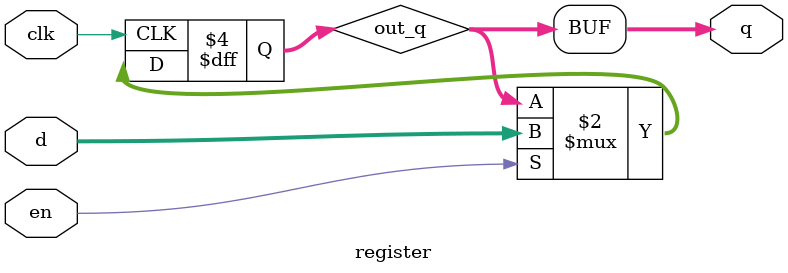
<source format=v>
`timescale 1ns / 1ps


module register(
    input clk,
    input en,
    input  [7:0] d,
    output [7:0] q
    );
    
    reg [7:0] out_q;
    
    always @(posedge clk) begin 
        if (en) 
            out_q <= d;
    end
    
    assign q = out_q;
    
endmodule

</source>
